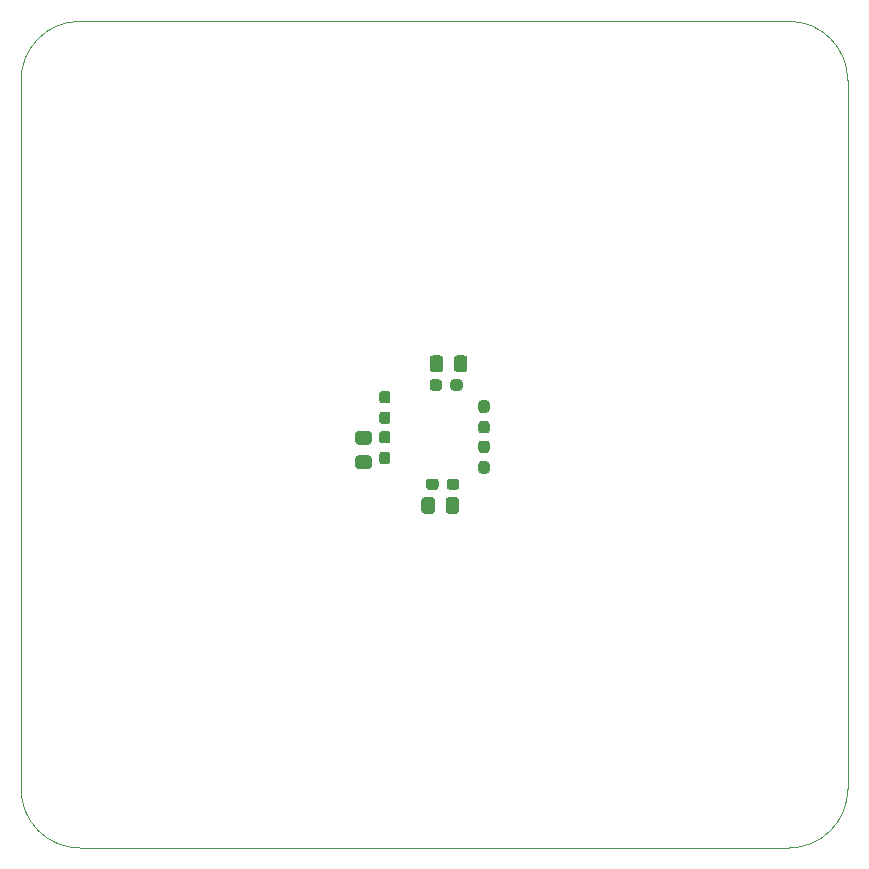
<source format=gbr>
G04 #@! TF.GenerationSoftware,KiCad,Pcbnew,5.1.6-c6e7f7d~87~ubuntu20.04.1*
G04 #@! TF.CreationDate,2020-07-16T23:52:11+03:00*
G04 #@! TF.ProjectId,EV-MAX-V-E64,45562d4d-4158-42d5-962d-4536342e6b69,v1.0*
G04 #@! TF.SameCoordinates,Original*
G04 #@! TF.FileFunction,Paste,Bot*
G04 #@! TF.FilePolarity,Positive*
%FSLAX46Y46*%
G04 Gerber Fmt 4.6, Leading zero omitted, Abs format (unit mm)*
G04 Created by KiCad (PCBNEW 5.1.6-c6e7f7d~87~ubuntu20.04.1) date 2020-07-16 23:52:11*
%MOMM*%
%LPD*%
G01*
G04 APERTURE LIST*
G04 #@! TA.AperFunction,Profile*
%ADD10C,0.050000*%
G04 #@! TD*
G04 APERTURE END LIST*
D10*
X65000000Y-70000000D02*
X65000000Y-130000000D01*
X130000000Y-65000000D02*
X70000000Y-65000000D01*
X135000000Y-130000000D02*
X135000000Y-70000000D01*
X70000000Y-135000000D02*
X130000000Y-135000000D01*
X70000000Y-135000000D02*
G75*
G02*
X65000000Y-130000000I0J5000000D01*
G01*
X65000000Y-70000000D02*
G75*
G02*
X70000000Y-65000000I5000000J0D01*
G01*
X130000000Y-65000000D02*
G75*
G02*
X135000000Y-70000000I0J-5000000D01*
G01*
X135000000Y-130000000D02*
G75*
G02*
X130000000Y-135000000I-5000000J0D01*
G01*
G36*
G01*
X101650000Y-94450001D02*
X101650000Y-93549999D01*
G75*
G02*
X101899999Y-93300000I249999J0D01*
G01*
X102550001Y-93300000D01*
G75*
G02*
X102800000Y-93549999I0J-249999D01*
G01*
X102800000Y-94450001D01*
G75*
G02*
X102550001Y-94700000I-249999J0D01*
G01*
X101899999Y-94700000D01*
G75*
G02*
X101650000Y-94450001I0J249999D01*
G01*
G37*
G36*
G01*
X99600000Y-94450001D02*
X99600000Y-93549999D01*
G75*
G02*
X99849999Y-93300000I249999J0D01*
G01*
X100500001Y-93300000D01*
G75*
G02*
X100750000Y-93549999I0J-249999D01*
G01*
X100750000Y-94450001D01*
G75*
G02*
X100500001Y-94700000I-249999J0D01*
G01*
X99849999Y-94700000D01*
G75*
G02*
X99600000Y-94450001I0J249999D01*
G01*
G37*
G36*
G01*
X101350000Y-96037500D02*
X101350000Y-95562500D01*
G75*
G02*
X101587500Y-95325000I237500J0D01*
G01*
X102162500Y-95325000D01*
G75*
G02*
X102400000Y-95562500I0J-237500D01*
G01*
X102400000Y-96037500D01*
G75*
G02*
X102162500Y-96275000I-237500J0D01*
G01*
X101587500Y-96275000D01*
G75*
G02*
X101350000Y-96037500I0J237500D01*
G01*
G37*
G36*
G01*
X99600000Y-96037500D02*
X99600000Y-95562500D01*
G75*
G02*
X99837500Y-95325000I237500J0D01*
G01*
X100412500Y-95325000D01*
G75*
G02*
X100650000Y-95562500I0J-237500D01*
G01*
X100650000Y-96037500D01*
G75*
G02*
X100412500Y-96275000I-237500J0D01*
G01*
X99837500Y-96275000D01*
G75*
G02*
X99600000Y-96037500I0J237500D01*
G01*
G37*
G36*
G01*
X103962500Y-102250000D02*
X104437500Y-102250000D01*
G75*
G02*
X104675000Y-102487500I0J-237500D01*
G01*
X104675000Y-103062500D01*
G75*
G02*
X104437500Y-103300000I-237500J0D01*
G01*
X103962500Y-103300000D01*
G75*
G02*
X103725000Y-103062500I0J237500D01*
G01*
X103725000Y-102487500D01*
G75*
G02*
X103962500Y-102250000I237500J0D01*
G01*
G37*
G36*
G01*
X103962500Y-100500000D02*
X104437500Y-100500000D01*
G75*
G02*
X104675000Y-100737500I0J-237500D01*
G01*
X104675000Y-101312500D01*
G75*
G02*
X104437500Y-101550000I-237500J0D01*
G01*
X103962500Y-101550000D01*
G75*
G02*
X103725000Y-101312500I0J237500D01*
G01*
X103725000Y-100737500D01*
G75*
G02*
X103962500Y-100500000I237500J0D01*
G01*
G37*
G36*
G01*
X100950000Y-106450001D02*
X100950000Y-105549999D01*
G75*
G02*
X101199999Y-105300000I249999J0D01*
G01*
X101850001Y-105300000D01*
G75*
G02*
X102100000Y-105549999I0J-249999D01*
G01*
X102100000Y-106450001D01*
G75*
G02*
X101850001Y-106700000I-249999J0D01*
G01*
X101199999Y-106700000D01*
G75*
G02*
X100950000Y-106450001I0J249999D01*
G01*
G37*
G36*
G01*
X98900000Y-106450001D02*
X98900000Y-105549999D01*
G75*
G02*
X99149999Y-105300000I249999J0D01*
G01*
X99800001Y-105300000D01*
G75*
G02*
X100050000Y-105549999I0J-249999D01*
G01*
X100050000Y-106450001D01*
G75*
G02*
X99800001Y-106700000I-249999J0D01*
G01*
X99149999Y-106700000D01*
G75*
G02*
X98900000Y-106450001I0J249999D01*
G01*
G37*
G36*
G01*
X101050000Y-104437500D02*
X101050000Y-103962500D01*
G75*
G02*
X101287500Y-103725000I237500J0D01*
G01*
X101862500Y-103725000D01*
G75*
G02*
X102100000Y-103962500I0J-237500D01*
G01*
X102100000Y-104437500D01*
G75*
G02*
X101862500Y-104675000I-237500J0D01*
G01*
X101287500Y-104675000D01*
G75*
G02*
X101050000Y-104437500I0J237500D01*
G01*
G37*
G36*
G01*
X99300000Y-104437500D02*
X99300000Y-103962500D01*
G75*
G02*
X99537500Y-103725000I237500J0D01*
G01*
X100112500Y-103725000D01*
G75*
G02*
X100350000Y-103962500I0J-237500D01*
G01*
X100350000Y-104437500D01*
G75*
G02*
X100112500Y-104675000I-237500J0D01*
G01*
X99537500Y-104675000D01*
G75*
G02*
X99300000Y-104437500I0J237500D01*
G01*
G37*
G36*
G01*
X96037500Y-97350000D02*
X95562500Y-97350000D01*
G75*
G02*
X95325000Y-97112500I0J237500D01*
G01*
X95325000Y-96537500D01*
G75*
G02*
X95562500Y-96300000I237500J0D01*
G01*
X96037500Y-96300000D01*
G75*
G02*
X96275000Y-96537500I0J-237500D01*
G01*
X96275000Y-97112500D01*
G75*
G02*
X96037500Y-97350000I-237500J0D01*
G01*
G37*
G36*
G01*
X96037500Y-99100000D02*
X95562500Y-99100000D01*
G75*
G02*
X95325000Y-98862500I0J237500D01*
G01*
X95325000Y-98287500D01*
G75*
G02*
X95562500Y-98050000I237500J0D01*
G01*
X96037500Y-98050000D01*
G75*
G02*
X96275000Y-98287500I0J-237500D01*
G01*
X96275000Y-98862500D01*
G75*
G02*
X96037500Y-99100000I-237500J0D01*
G01*
G37*
G36*
G01*
X93549999Y-101750000D02*
X94450001Y-101750000D01*
G75*
G02*
X94700000Y-101999999I0J-249999D01*
G01*
X94700000Y-102650001D01*
G75*
G02*
X94450001Y-102900000I-249999J0D01*
G01*
X93549999Y-102900000D01*
G75*
G02*
X93300000Y-102650001I0J249999D01*
G01*
X93300000Y-101999999D01*
G75*
G02*
X93549999Y-101750000I249999J0D01*
G01*
G37*
G36*
G01*
X93549999Y-99700000D02*
X94450001Y-99700000D01*
G75*
G02*
X94700000Y-99949999I0J-249999D01*
G01*
X94700000Y-100600001D01*
G75*
G02*
X94450001Y-100850000I-249999J0D01*
G01*
X93549999Y-100850000D01*
G75*
G02*
X93300000Y-100600001I0J249999D01*
G01*
X93300000Y-99949999D01*
G75*
G02*
X93549999Y-99700000I249999J0D01*
G01*
G37*
G36*
G01*
X104437500Y-98150000D02*
X103962500Y-98150000D01*
G75*
G02*
X103725000Y-97912500I0J237500D01*
G01*
X103725000Y-97337500D01*
G75*
G02*
X103962500Y-97100000I237500J0D01*
G01*
X104437500Y-97100000D01*
G75*
G02*
X104675000Y-97337500I0J-237500D01*
G01*
X104675000Y-97912500D01*
G75*
G02*
X104437500Y-98150000I-237500J0D01*
G01*
G37*
G36*
G01*
X104437500Y-99900000D02*
X103962500Y-99900000D01*
G75*
G02*
X103725000Y-99662500I0J237500D01*
G01*
X103725000Y-99087500D01*
G75*
G02*
X103962500Y-98850000I237500J0D01*
G01*
X104437500Y-98850000D01*
G75*
G02*
X104675000Y-99087500I0J-237500D01*
G01*
X104675000Y-99662500D01*
G75*
G02*
X104437500Y-99900000I-237500J0D01*
G01*
G37*
G36*
G01*
X95562500Y-101450000D02*
X96037500Y-101450000D01*
G75*
G02*
X96275000Y-101687500I0J-237500D01*
G01*
X96275000Y-102262500D01*
G75*
G02*
X96037500Y-102500000I-237500J0D01*
G01*
X95562500Y-102500000D01*
G75*
G02*
X95325000Y-102262500I0J237500D01*
G01*
X95325000Y-101687500D01*
G75*
G02*
X95562500Y-101450000I237500J0D01*
G01*
G37*
G36*
G01*
X95562500Y-99700000D02*
X96037500Y-99700000D01*
G75*
G02*
X96275000Y-99937500I0J-237500D01*
G01*
X96275000Y-100512500D01*
G75*
G02*
X96037500Y-100750000I-237500J0D01*
G01*
X95562500Y-100750000D01*
G75*
G02*
X95325000Y-100512500I0J237500D01*
G01*
X95325000Y-99937500D01*
G75*
G02*
X95562500Y-99700000I237500J0D01*
G01*
G37*
M02*

</source>
